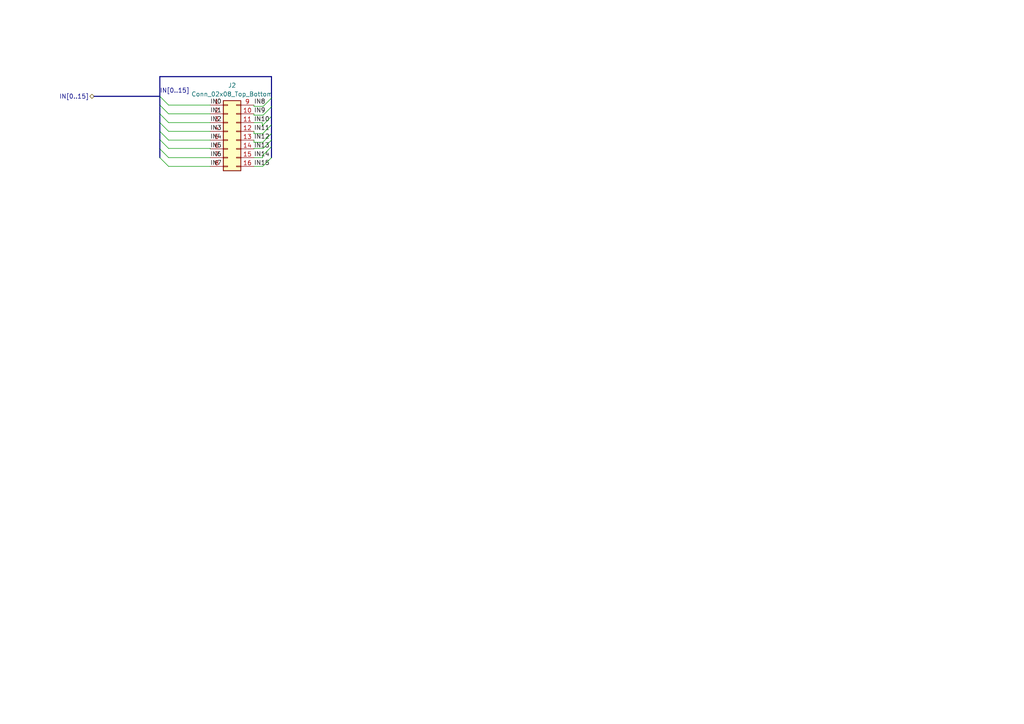
<source format=kicad_sch>
(kicad_sch (version 20231120) (generator "eeschema") (generator_version "8.0")
  (paper "A4")
  (lib_symbols
    (symbol "Connector_Generic:Conn_02x08_Top_Bottom" (pin_names (offset 1.016) hide)
      (property "Reference" "J" (at 1.27 10.16 0))
      (property "Value" "Conn_02x08_Top_Bottom" (at 1.27 -12.7 0))
      (symbol "Conn_02x08_Top_Bottom_1_1"
        (rectangle (start -1.27 -10.033) (end 0 -10.287) (stroke (width 0.1524)))
        (rectangle (start -1.27 -7.493) (end 0 -7.747) (stroke (width 0.1524)))
        (rectangle (start -1.27 -4.953) (end 0 -5.207) (stroke (width 0.1524)))
        (rectangle (start -1.27 -2.413) (end 0 -2.667) (stroke (width 0.1524)))
        (rectangle (start -1.27 0.127) (end 0 -0.127) (stroke (width 0.1524)))
        (rectangle (start -1.27 2.667) (end 0 2.413) (stroke (width 0.1524)))
        (rectangle (start -1.27 5.207) (end 0 4.953) (stroke (width 0.1524)))
        (rectangle (start -1.27 7.747) (end 0 7.493) (stroke (width 0.1524)))
        (rectangle (start -1.27 8.89) (end 3.81 -11.43) (stroke (width 0.254)) (fill (type background)))
        (rectangle (start 3.81 -10.033) (end 2.54 -10.287) (stroke (width 0.1524)))
        (rectangle (start 3.81 -7.493) (end 2.54 -7.747) (stroke (width 0.1524)))
        (rectangle (start 3.81 -4.953) (end 2.54 -5.207) (stroke (width 0.1524)))
        (rectangle (start 3.81 -2.413) (end 2.54 -2.667) (stroke (width 0.1524)))
        (rectangle (start 3.81 0.127) (end 2.54 -0.127) (stroke (width 0.1524)))
        (rectangle (start 3.81 2.667) (end 2.54 2.413) (stroke (width 0.1524)))
        (rectangle (start 3.81 5.207) (end 2.54 4.953) (stroke (width 0.1524)))
        (rectangle (start 3.81 7.747) (end 2.54 7.493) (stroke (width 0.1524)))
        (pin passive line (at -5.08 7.62 0) (length 3.81) (name "Pin_1") (number "1"))
        (pin passive line (at 7.62 5.08 180) (length 3.81) (name "Pin_10") (number "10"))
        (pin passive line (at 7.62 2.54 180) (length 3.81) (name "Pin_11") (number "11"))
        (pin passive line (at 7.62 0 180) (length 3.81) (name "Pin_12") (number "12"))
        (pin passive line (at 7.62 -2.54 180) (length 3.81) (name "Pin_13") (number "13"))
        (pin passive line (at 7.62 -5.08 180) (length 3.81) (name "Pin_14") (number "14"))
        (pin passive line (at 7.62 -7.62 180) (length 3.81) (name "Pin_15") (number "15"))
        (pin passive line (at 7.62 -10.16 180) (length 3.81) (name "Pin_16") (number "16"))
        (pin passive line (at -5.08 5.08 0) (length 3.81) (name "Pin_2") (number "2"))
        (pin passive line (at -5.08 2.54 0) (length 3.81) (name "Pin_3") (number "3"))
        (pin passive line (at -5.08 0 0) (length 3.81) (name "Pin_4") (number "4"))
        (pin passive line (at -5.08 -2.54 0) (length 3.81) (name "Pin_5") (number "5"))
        (pin passive line (at -5.08 -5.08 0) (length 3.81) (name "Pin_6") (number "6"))
        (pin passive line (at -5.08 -7.62 0) (length 3.81) (name "Pin_7") (number "7"))
        (pin passive line (at -5.08 -10.16 0) (length 3.81) (name "Pin_8") (number "8"))
        (pin passive line (at 7.62 7.62 180) (length 3.81) (name "Pin_9") (number "9"))
      )
    )
  )
  (bus_entry (at 78.613 33.909) (size -2.54 2.54))
  (bus_entry (at 78.867 30.861) (size -2.54 2.54))
  (bus_entry (at 78.74 36.195) (size -2.54 2.54))
  (bus_entry (at 46.355 27.94) (size 2.54 2.54))
  (bus_entry (at 78.74 42.545) (size -2.54 2.54))
  (bus_entry (at 46.355 35.56) (size 2.54 2.54))
  (bus_entry (at 46.355 33.02) (size 2.54 2.54))
  (bus_entry (at 46.355 43.18) (size 2.54 2.54))
  (bus_entry (at 78.867 28.321) (size -2.54 2.54))
  (bus_entry (at 78.74 38.735) (size -2.54 2.54))
  (bus_entry (at 46.355 38.1) (size 2.54 2.54))
  (bus_entry (at 46.355 30.48) (size 2.54 2.54))
  (bus_entry (at 46.355 40.513) (size 2.54 2.54))
  (bus_entry (at 46.355 45.72) (size 2.54 2.54))
  (bus_entry (at 78.74 45.72) (size -2.54 2.54))
  (bus_entry (at 78.867 40.513) (size -2.54 2.54))
  (wire (pts (xy 76.327 43.053) (xy 73.66 43.053)))
  (bus (pts (xy 46.355 33.02) (xy 46.355 35.56)))
  (wire (pts (xy 73.66 43.053) (xy 73.66 43.18)))
  (bus (pts (xy 46.355 27.94) (xy 46.355 30.48)))
  (bus (pts (xy 46.355 22.225) (xy 46.355 27.94)))
  (wire (pts (xy 76.2 45.72) (xy 73.66 45.72)))
  (wire (pts (xy 73.66 38.735) (xy 73.66 38.1)))
  (wire (pts (xy 48.895 40.64) (xy 60.96 40.64)))
  (wire (pts (xy 76.2 38.735) (xy 73.66 38.735)))
  (bus (pts (xy 46.355 38.1) (xy 46.355 40.513)))
  (bus (pts (xy 78.74 22.225) (xy 78.74 36.195)))
  (wire (pts (xy 73.66 33.401) (xy 73.66 33.02)))
  (wire (pts (xy 73.66 30.861) (xy 73.66 30.48)))
  (wire (pts (xy 76.2 45.085) (xy 76.2 45.72)))
  (bus (pts (xy 27.305 27.94) (xy 46.355 27.94)))
  (wire (pts (xy 48.895 45.72) (xy 60.96 45.72)))
  (wire (pts (xy 48.895 43.053) (xy 60.96 43.053)))
  (wire (pts (xy 48.895 35.56) (xy 60.96 35.56)))
  (wire (pts (xy 73.66 41.275) (xy 73.66 40.64)))
  (wire (pts (xy 48.895 38.1) (xy 60.96 38.1)))
  (wire (pts (xy 76.073 36.449) (xy 76.073 35.56)))
  (wire (pts (xy 76.073 35.56) (xy 73.66 35.56)))
  (bus (pts (xy 46.355 43.18) (xy 46.355 45.72)))
  (bus (pts (xy 46.355 40.513) (xy 46.355 43.18)))
  (wire (pts (xy 76.327 30.861) (xy 73.66 30.861)))
  (wire (pts (xy 48.895 30.48) (xy 60.96 30.48)))
  (wire (pts (xy 76.327 33.401) (xy 73.66 33.401)))
  (bus (pts (xy 46.355 22.225) (xy 78.74 22.225)))
  (wire (pts (xy 73.66 48.26) (xy 76.2 48.26)))
  (bus (pts (xy 46.355 30.48) (xy 46.355 33.02)))
  (bus (pts (xy 46.355 35.56) (xy 46.355 38.1)))
  (bus (pts (xy 78.74 38.735) (xy 78.74 42.545)))
  (wire (pts (xy 48.895 48.26) (xy 60.96 48.26)))
  (wire (pts (xy 60.96 43.053) (xy 60.96 43.18)))
  (wire (pts (xy 48.895 33.02) (xy 60.96 33.02)))
  (bus (pts (xy 78.74 36.195) (xy 78.74 38.735)))
  (wire (pts (xy 76.2 41.275) (xy 73.66 41.275)))
  (bus (pts (xy 78.74 42.545) (xy 78.74 45.72)))
  (label "IN9" (at 73.66 33.02 0))
  (label "IN5" (at 60.96 43.18 0))
  (label "IN1" (at 60.96 33.02 0))
  (label "IN6" (at 60.96 45.72 0))
  (label "IN2" (at 60.96 35.56 0))
  (label "IN11" (at 73.66 38.1 0))
  (label "IN13" (at 73.66 43.18 0))
  (label "IN0" (at 60.96 30.48 0))
  (label "IN14" (at 73.66 45.72 0))
  (label "IN15" (at 73.66 48.26 0))
  (label "IN12" (at 73.66 40.64 0))
  (label "IN[0..15]" (at 46.355 27.305 0))
  (label "IN7" (at 60.96 48.26 0))
  (label "IN3" (at 60.96 38.1 0))
  (label "IN8" (at 73.66 30.48 0))
  (label "IN10" (at 73.66 35.56 0))
  (label "IN4" (at 60.96 40.64 0))
  (hierarchical_label "IN[0..15]" (shape tri_state) (at 27.305 27.94 180))
  (symbol (lib_id "Connector_Generic:Conn_02x08_Top_Bottom") (at 66.04 38.1 0) (unit 1)
    (property "Reference" "J2" (at 67.31 24.765 0))
    (property "Value" "Conn_02x08_Top_Bottom" (at 67.31 27.305 0))
    (property "Footprint" "Connector_PinHeader_2.54mm:PinHeader_2x08_P2.54mm_Vertical" (effects (hide yes)))
    (property "Description" "Generic connector, double row, 02x08, top/bottom pin numbering scheme (row 1: 1...pins_per_row, row2: pins_per_row+1 ... num_pins), script generated (kicad-library-utils/schlib/autogen/connector/)" (effects (hide yes)))
    (instances (project "" (path "" (reference "J2") (unit 1)) (path "" (reference "J5") (unit 1))) (project "" (path "" (reference "J3") (unit 1))))
  )
)
</source>
